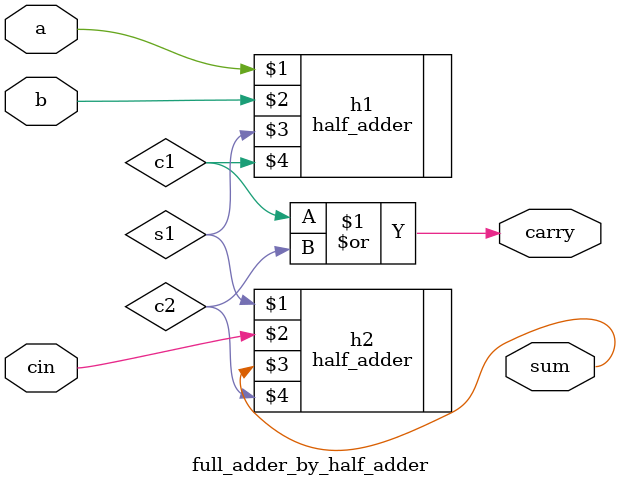
<source format=v>
module full_adder_by_half_adder (
  input a ,
  input b,
  input cin,
  output sum ,
  output carry
);

  wire s1,c1,c2 ;

  half_adder h1 (a,b,s1,c1);

  half_adder h2 (s1,cin,sum,c2);

  assign carry = (c1 | c2);
  
endmodule

</source>
